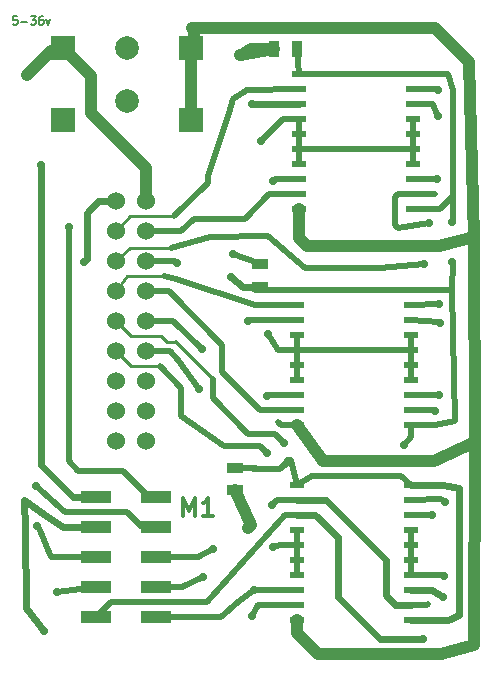
<source format=gtl>
G04 (created by PCBNEW (2013-08-24 BZR 4298)-stable) date Wed 20 Nov 2013 08:14:19 PM PST*
%MOIN*%
G04 Gerber Fmt 3.4, Leading zero omitted, Abs format*
%FSLAX34Y34*%
G01*
G70*
G90*
G04 APERTURE LIST*
%ADD10C,0.005906*%
%ADD11C,0.006890*%
%ADD12C,0.011811*%
%ADD13R,0.050000X0.020000*%
%ADD14R,0.055000X0.035000*%
%ADD15R,0.035000X0.055000*%
%ADD16R,0.100000X0.039000*%
%ADD17C,0.060000*%
%ADD18C,0.078700*%
%ADD19R,0.078700X0.078700*%
%ADD20C,0.027559*%
%ADD21C,0.023622*%
%ADD22C,0.019685*%
%ADD23C,0.039370*%
%ADD24C,0.009843*%
G04 APERTURE END LIST*
G54D10*
G54D11*
X53559Y-23982D02*
X53427Y-23982D01*
X53414Y-24114D01*
X53427Y-24101D01*
X53454Y-24087D01*
X53519Y-24087D01*
X53545Y-24101D01*
X53559Y-24114D01*
X53572Y-24140D01*
X53572Y-24206D01*
X53559Y-24232D01*
X53545Y-24245D01*
X53519Y-24258D01*
X53454Y-24258D01*
X53427Y-24245D01*
X53414Y-24232D01*
X53690Y-24153D02*
X53900Y-24153D01*
X54005Y-23982D02*
X54175Y-23982D01*
X54083Y-24087D01*
X54123Y-24087D01*
X54149Y-24101D01*
X54162Y-24114D01*
X54175Y-24140D01*
X54175Y-24206D01*
X54162Y-24232D01*
X54149Y-24245D01*
X54123Y-24258D01*
X54044Y-24258D01*
X54018Y-24245D01*
X54005Y-24232D01*
X54412Y-23982D02*
X54359Y-23982D01*
X54333Y-23996D01*
X54320Y-24009D01*
X54293Y-24048D01*
X54280Y-24101D01*
X54280Y-24206D01*
X54293Y-24232D01*
X54307Y-24245D01*
X54333Y-24258D01*
X54385Y-24258D01*
X54412Y-24245D01*
X54425Y-24232D01*
X54438Y-24206D01*
X54438Y-24140D01*
X54425Y-24114D01*
X54412Y-24101D01*
X54385Y-24087D01*
X54333Y-24087D01*
X54307Y-24101D01*
X54293Y-24114D01*
X54280Y-24140D01*
X54530Y-24074D02*
X54595Y-24258D01*
X54661Y-24074D01*
G54D12*
X59092Y-40637D02*
X59092Y-40046D01*
X59289Y-40468D01*
X59486Y-40046D01*
X59486Y-40637D01*
X60077Y-40637D02*
X59739Y-40637D01*
X59908Y-40637D02*
X59908Y-40046D01*
X59852Y-40131D01*
X59795Y-40187D01*
X59739Y-40215D01*
G54D13*
X66699Y-37600D03*
X66699Y-37100D03*
X66699Y-36600D03*
X66699Y-36100D03*
X66699Y-35600D03*
X66699Y-35100D03*
X66699Y-34600D03*
X66699Y-34100D03*
X66699Y-33600D03*
X66699Y-33100D03*
X62899Y-33100D03*
X62899Y-33600D03*
X62899Y-34100D03*
X62899Y-34600D03*
X62899Y-35100D03*
X62899Y-35600D03*
X62899Y-36100D03*
X62899Y-36600D03*
X62899Y-37100D03*
X62899Y-37600D03*
X66750Y-30399D03*
X66750Y-29899D03*
X66750Y-29399D03*
X66750Y-28899D03*
X66750Y-28399D03*
X66750Y-27899D03*
X66750Y-27399D03*
X66750Y-26899D03*
X66750Y-26399D03*
X66750Y-25899D03*
X62950Y-25899D03*
X62950Y-26399D03*
X62950Y-26899D03*
X62950Y-27399D03*
X62950Y-27899D03*
X62950Y-28399D03*
X62950Y-28899D03*
X62950Y-29399D03*
X62950Y-29899D03*
X62950Y-30399D03*
X66699Y-44088D03*
X66699Y-43588D03*
X66699Y-43088D03*
X66699Y-42588D03*
X66699Y-42088D03*
X66699Y-41588D03*
X66699Y-41088D03*
X66699Y-40588D03*
X66699Y-40088D03*
X66699Y-39588D03*
X62899Y-39588D03*
X62899Y-40088D03*
X62899Y-40588D03*
X62899Y-41088D03*
X62899Y-41588D03*
X62899Y-42088D03*
X62899Y-42588D03*
X62899Y-43088D03*
X62899Y-43588D03*
X62899Y-44088D03*
G54D14*
X61653Y-32983D03*
X61653Y-32233D03*
G54D15*
X62875Y-25059D03*
X62125Y-25059D03*
G54D14*
X60811Y-39030D03*
X60811Y-39780D03*
G54D16*
X56200Y-40000D03*
X56200Y-41000D03*
X56200Y-42000D03*
X56200Y-43000D03*
X56200Y-44000D03*
X58200Y-44000D03*
X58200Y-43000D03*
X58200Y-42000D03*
X58200Y-41000D03*
X58200Y-40000D03*
G54D17*
X57850Y-35149D03*
X57850Y-36149D03*
X57850Y-37149D03*
X57850Y-38149D03*
X56850Y-38149D03*
X56850Y-37149D03*
X56850Y-36149D03*
X56850Y-35149D03*
X56850Y-30149D03*
X56850Y-31149D03*
X56850Y-32149D03*
X56850Y-33149D03*
X56850Y-34149D03*
X57850Y-34149D03*
X57850Y-33149D03*
X57850Y-32149D03*
X57850Y-31149D03*
X57850Y-30149D03*
G54D18*
X57208Y-26795D03*
G54D19*
X59338Y-25023D03*
X59338Y-27425D03*
X55076Y-25023D03*
X55076Y-27425D03*
G54D18*
X57208Y-25023D03*
G54D20*
X55787Y-32155D03*
X60679Y-32677D03*
X62594Y-38791D03*
X66440Y-38251D03*
X68055Y-32173D03*
X68070Y-30826D03*
X60757Y-31909D03*
X53901Y-25917D03*
X67803Y-42629D03*
X62098Y-41669D03*
X61244Y-41039D03*
X61919Y-34557D03*
X61681Y-28141D03*
X61051Y-25251D03*
X67303Y-30866D03*
X67106Y-32224D03*
X58877Y-32194D03*
X67578Y-26417D03*
X67492Y-37137D03*
X62460Y-38204D03*
X67618Y-33555D03*
X59734Y-35068D03*
X61881Y-38539D03*
X62039Y-40259D03*
X59618Y-36401D03*
X67807Y-40173D03*
X61401Y-43956D03*
X54350Y-28948D03*
X61397Y-26885D03*
X55299Y-31011D03*
X62082Y-29456D03*
X67568Y-29399D03*
X54468Y-44480D03*
X54200Y-39641D03*
X67602Y-27311D03*
X61251Y-34118D03*
X54220Y-40960D03*
X61885Y-36629D03*
X60102Y-41732D03*
X67618Y-36610D03*
X54881Y-43153D03*
X59751Y-42681D03*
X67649Y-34185D03*
X67748Y-43334D03*
X67090Y-44728D03*
X61452Y-43114D03*
X67389Y-40606D03*
G54D21*
X61653Y-32983D02*
X61093Y-32983D01*
X56248Y-30149D02*
X56850Y-30149D01*
X55875Y-30521D02*
X56248Y-30149D01*
X55875Y-32066D02*
X55875Y-30521D01*
X55787Y-32155D02*
X55875Y-32066D01*
X61093Y-32983D02*
X60679Y-32677D01*
G54D22*
X66338Y-39291D02*
X63377Y-39291D01*
X63377Y-39291D02*
X62899Y-39588D01*
X66699Y-37600D02*
X66699Y-37993D01*
X62334Y-39066D02*
X61948Y-39066D01*
X61948Y-39066D02*
X60811Y-39030D01*
X62594Y-38791D02*
X62334Y-39066D01*
X66699Y-37993D02*
X66440Y-38251D01*
X68086Y-29968D02*
X68086Y-30811D01*
X68086Y-32204D02*
X68071Y-33115D01*
X68055Y-32173D02*
X68086Y-32204D01*
X68086Y-30811D02*
X68070Y-30826D01*
X62950Y-25899D02*
X66750Y-25899D01*
X62875Y-25059D02*
X62889Y-25090D01*
X62889Y-25090D02*
X62939Y-25888D01*
X62939Y-25888D02*
X62950Y-25899D01*
X66750Y-25899D02*
X67905Y-25885D01*
X67905Y-25885D02*
X68086Y-26444D01*
X68086Y-26444D02*
X68086Y-29968D01*
X68086Y-29968D02*
X67655Y-30399D01*
X67655Y-30399D02*
X66750Y-30399D01*
X66699Y-33100D02*
X67446Y-33100D01*
X67446Y-33100D02*
X68071Y-33115D01*
X67474Y-37600D02*
X66699Y-37600D01*
X68071Y-33115D02*
X68149Y-37460D01*
X68149Y-37460D02*
X67474Y-37600D01*
X62899Y-33100D02*
X61503Y-33108D01*
X61503Y-33108D02*
X61661Y-32970D01*
X61661Y-32970D02*
X61695Y-33004D01*
X62899Y-33100D02*
X66699Y-33100D01*
G54D21*
X66699Y-39588D02*
X67750Y-39588D01*
X67750Y-39588D02*
X68279Y-39688D01*
X68279Y-39688D02*
X68299Y-43940D01*
X68299Y-43940D02*
X67911Y-44088D01*
X67911Y-44088D02*
X66699Y-44088D01*
G54D22*
X66699Y-39588D02*
X66338Y-39291D01*
X62899Y-39588D02*
X62677Y-38779D01*
X62677Y-38779D02*
X62311Y-39082D01*
X62311Y-39082D02*
X60811Y-39030D01*
X56850Y-30149D02*
X56850Y-29964D01*
X61574Y-32194D02*
X60757Y-31909D01*
X61653Y-32233D02*
X61574Y-32194D01*
G54D23*
X57850Y-30149D02*
X57850Y-29021D01*
X57850Y-29021D02*
X56013Y-27185D01*
X56013Y-27185D02*
X56013Y-25960D01*
X56013Y-25960D02*
X55076Y-25023D01*
X55181Y-25133D02*
X54685Y-25133D01*
X54685Y-25133D02*
X53901Y-25917D01*
G54D22*
X66699Y-42588D02*
X67761Y-42588D01*
X67761Y-42588D02*
X67803Y-42629D01*
X62899Y-41588D02*
X62312Y-41588D01*
X62312Y-41588D02*
X62098Y-41669D01*
G54D23*
X60811Y-39780D02*
X61338Y-40944D01*
X61338Y-40944D02*
X61244Y-41039D01*
G54D22*
X62899Y-35100D02*
X62261Y-35100D01*
X62261Y-35100D02*
X61919Y-34557D01*
X62950Y-27399D02*
X62423Y-27399D01*
X62423Y-27399D02*
X61681Y-28141D01*
G54D23*
X62125Y-25059D02*
X61358Y-25059D01*
X61358Y-25059D02*
X61051Y-25251D01*
G54D22*
X66699Y-35100D02*
X62899Y-35100D01*
X66750Y-28399D02*
X62950Y-28399D01*
G54D23*
X60985Y-25282D02*
X62125Y-25059D01*
G54D22*
X66699Y-41588D02*
X66699Y-41088D01*
X66699Y-42088D02*
X66699Y-41588D01*
X66699Y-42588D02*
X66699Y-42088D01*
X62899Y-42088D02*
X62899Y-42588D01*
X62899Y-41588D02*
X62899Y-42088D01*
X62899Y-41088D02*
X62899Y-41588D01*
X66699Y-35600D02*
X66699Y-36100D01*
X66699Y-35100D02*
X66699Y-35600D01*
X66699Y-34600D02*
X66699Y-35100D01*
X62899Y-35600D02*
X62899Y-36100D01*
X62899Y-35100D02*
X62899Y-35600D01*
X62899Y-34600D02*
X62899Y-35100D01*
X66750Y-28399D02*
X66750Y-28899D01*
X66750Y-27899D02*
X66750Y-28399D01*
X66750Y-27399D02*
X66750Y-27899D01*
X62950Y-28399D02*
X62950Y-28899D01*
X62950Y-27899D02*
X62950Y-28399D01*
X62950Y-27399D02*
X62950Y-27899D01*
X62950Y-29899D02*
X61970Y-29899D01*
X59037Y-31149D02*
X57850Y-31149D01*
X59458Y-30728D02*
X59037Y-31149D01*
X61141Y-30728D02*
X59458Y-30728D01*
X61970Y-29899D02*
X61141Y-30728D01*
G54D24*
X58779Y-30629D02*
X57320Y-30629D01*
G54D22*
X59935Y-29532D02*
X58779Y-30629D01*
X59935Y-29283D02*
X59935Y-29532D01*
G54D24*
X57320Y-30629D02*
X56850Y-31149D01*
G54D22*
X61216Y-26417D02*
X62950Y-26399D01*
X60759Y-26720D02*
X61216Y-26417D01*
X60614Y-27200D02*
X60759Y-26720D01*
X59929Y-29303D02*
X59935Y-29283D01*
X59935Y-29283D02*
X60614Y-27200D01*
G54D24*
X58690Y-31692D02*
X57307Y-31692D01*
G54D22*
X66251Y-29899D02*
X66141Y-30009D01*
X66141Y-30009D02*
X66141Y-30935D01*
X66141Y-30935D02*
X66240Y-31033D01*
X66240Y-31033D02*
X67303Y-30866D01*
X67106Y-32224D02*
X65639Y-32362D01*
X65639Y-32362D02*
X63149Y-32362D01*
X63149Y-32362D02*
X61929Y-31309D01*
X61929Y-31309D02*
X59980Y-31328D01*
X59980Y-31328D02*
X58690Y-31692D01*
X66750Y-29899D02*
X66251Y-29899D01*
G54D24*
X57307Y-31692D02*
X56850Y-32149D01*
G54D22*
X66750Y-29899D02*
X67478Y-29899D01*
X67478Y-29899D02*
X67480Y-29901D01*
X66750Y-26399D02*
X67561Y-26399D01*
X58832Y-32149D02*
X57850Y-32149D01*
X58877Y-32194D02*
X58832Y-32149D01*
X67561Y-26399D02*
X67578Y-26417D01*
G54D24*
X58438Y-32627D02*
X57234Y-32627D01*
G54D22*
X61501Y-33600D02*
X58868Y-32736D01*
X58868Y-32736D02*
X58438Y-32627D01*
X62899Y-33600D02*
X61501Y-33600D01*
G54D24*
X57234Y-32627D02*
X56850Y-33149D01*
G54D22*
X62899Y-37100D02*
X61663Y-37100D01*
X58622Y-33149D02*
X57850Y-33149D01*
X60389Y-34917D02*
X58622Y-33149D01*
X60389Y-35826D02*
X60389Y-34917D01*
X61663Y-37100D02*
X60389Y-35826D01*
G54D24*
X58858Y-34830D02*
X58543Y-34830D01*
G54D22*
X67454Y-37100D02*
X67492Y-37137D01*
X62460Y-38204D02*
X62145Y-37889D01*
X62145Y-37889D02*
X61271Y-37889D01*
X61271Y-37889D02*
X60090Y-36708D01*
X60090Y-36708D02*
X60090Y-36062D01*
G54D12*
X60090Y-36062D02*
X58858Y-34830D01*
G54D22*
X66699Y-37100D02*
X67454Y-37100D01*
G54D24*
X57342Y-34641D02*
X56850Y-34149D01*
X58354Y-34641D02*
X57342Y-34641D01*
X58543Y-34830D02*
X58354Y-34641D01*
G54D22*
X67618Y-33555D02*
X67616Y-33557D01*
X66699Y-33600D02*
X67616Y-33557D01*
X58751Y-34149D02*
X57850Y-34149D01*
X59734Y-35068D02*
X58751Y-34149D01*
X59019Y-37311D02*
X59019Y-36350D01*
X61881Y-38539D02*
X61653Y-38311D01*
X61653Y-38311D02*
X60440Y-38311D01*
X60440Y-38311D02*
X59019Y-37311D01*
X62899Y-40088D02*
X62210Y-40088D01*
X62210Y-40088D02*
X62039Y-40259D01*
G54D24*
X57342Y-35641D02*
X56850Y-35149D01*
X58311Y-35641D02*
X57342Y-35641D01*
G54D22*
X59019Y-36350D02*
X58311Y-35641D01*
X66699Y-43588D02*
X67234Y-43588D01*
X67234Y-43588D02*
X67244Y-43578D01*
G54D21*
X62899Y-40088D02*
X63848Y-40088D01*
X63848Y-40088D02*
X65850Y-42090D01*
X65850Y-42090D02*
X65850Y-43275D01*
X65850Y-43275D02*
X66163Y-43588D01*
X66163Y-43588D02*
X66699Y-43588D01*
G54D22*
X59618Y-36401D02*
X58921Y-35429D01*
X58641Y-35149D02*
X57850Y-35149D01*
X58921Y-35429D02*
X58641Y-35149D01*
X62899Y-43588D02*
X61604Y-43588D01*
X67694Y-40061D02*
X67807Y-40173D01*
X67694Y-40061D02*
X66699Y-40088D01*
X61604Y-43588D02*
X61401Y-43956D01*
G54D21*
X56200Y-40000D02*
X55421Y-40000D01*
X55421Y-40000D02*
X54350Y-38929D01*
X54350Y-38929D02*
X54350Y-28948D01*
X61397Y-26885D02*
X61415Y-26903D01*
X61415Y-26903D02*
X62950Y-26899D01*
G54D22*
X58200Y-40000D02*
X57956Y-40000D01*
X57956Y-40000D02*
X57074Y-39118D01*
X57074Y-39118D02*
X55602Y-39118D01*
X55602Y-39118D02*
X55299Y-38814D01*
X55299Y-38814D02*
X55299Y-31011D01*
X62082Y-29456D02*
X62139Y-29399D01*
X62139Y-29399D02*
X62950Y-29399D01*
X66750Y-29399D02*
X67568Y-29399D01*
X67568Y-29399D02*
X67570Y-29401D01*
G54D21*
X53860Y-43690D02*
X54468Y-44480D01*
X53822Y-41027D02*
X53860Y-43690D01*
X55090Y-41000D02*
X54500Y-40598D01*
X54500Y-40598D02*
X53799Y-40098D01*
X53799Y-40098D02*
X53822Y-41027D01*
X55090Y-41000D02*
X56200Y-41000D01*
G54D22*
X66750Y-26899D02*
X67409Y-26899D01*
X67409Y-26899D02*
X67545Y-27253D01*
X57708Y-41000D02*
X57208Y-40500D01*
X57208Y-40500D02*
X55149Y-40500D01*
X55149Y-40500D02*
X54200Y-39641D01*
X57708Y-41000D02*
X58200Y-41000D01*
X67545Y-27253D02*
X67602Y-27311D01*
X56200Y-42000D02*
X54704Y-41992D01*
X54704Y-41992D02*
X54279Y-41019D01*
X61403Y-34108D02*
X62899Y-34100D01*
X61251Y-34118D02*
X61403Y-34108D01*
X54279Y-41019D02*
X54220Y-40960D01*
X58200Y-42000D02*
X59574Y-42000D01*
X61915Y-36600D02*
X62899Y-36600D01*
X61885Y-36629D02*
X61915Y-36600D01*
X60102Y-41732D02*
X60102Y-41732D01*
X59574Y-42000D02*
X60102Y-41732D01*
X56200Y-43000D02*
X54893Y-43165D01*
X67608Y-36600D02*
X66699Y-36600D01*
X67618Y-36610D02*
X67608Y-36600D01*
X54893Y-43165D02*
X54881Y-43153D01*
X66699Y-34100D02*
X67631Y-34167D01*
X59043Y-43000D02*
X58200Y-43000D01*
X59751Y-42681D02*
X59043Y-43000D01*
X67631Y-34167D02*
X67649Y-34185D01*
G54D21*
X66699Y-43088D02*
X67399Y-43088D01*
X67399Y-43088D02*
X67748Y-43334D01*
X67090Y-44728D02*
X65661Y-44728D01*
X65661Y-44728D02*
X64251Y-43318D01*
X64251Y-43318D02*
X64251Y-41342D01*
X64251Y-41342D02*
X63498Y-40588D01*
X63498Y-40588D02*
X62899Y-40588D01*
G54D22*
X62899Y-40588D02*
X62490Y-40588D01*
X56700Y-43500D02*
X56200Y-44000D01*
X59897Y-43489D02*
X56700Y-43500D01*
X62490Y-40588D02*
X59897Y-43489D01*
X58200Y-44000D02*
X60370Y-44000D01*
X60929Y-43496D02*
X61452Y-43114D01*
X60370Y-44000D02*
X60929Y-43496D01*
X66699Y-40588D02*
X67372Y-40588D01*
X61482Y-43084D02*
X62899Y-43088D01*
X61452Y-43114D02*
X61482Y-43084D01*
X67372Y-40588D02*
X67389Y-40606D01*
X62899Y-37600D02*
X62344Y-37600D01*
X62344Y-37600D02*
X62244Y-37500D01*
G54D23*
X59338Y-25023D02*
X59338Y-27425D01*
X59653Y-24354D02*
X59397Y-24354D01*
X59653Y-24354D02*
X67476Y-24354D01*
X67476Y-24354D02*
X68633Y-25511D01*
X68775Y-31334D02*
X68633Y-25511D01*
X59443Y-24399D02*
X59443Y-25133D01*
X59397Y-24354D02*
X59443Y-24399D01*
X68836Y-38146D02*
X68779Y-44948D01*
X62899Y-44529D02*
X62899Y-44088D01*
X63602Y-45232D02*
X62899Y-44529D01*
X67692Y-45232D02*
X63602Y-45232D01*
X68779Y-44948D02*
X67692Y-45232D01*
X68775Y-31334D02*
X68836Y-38146D01*
X68836Y-38146D02*
X68836Y-38181D01*
X63743Y-38807D02*
X62899Y-37600D01*
X67452Y-38807D02*
X63743Y-38807D01*
X68836Y-38181D02*
X67452Y-38807D01*
X62950Y-31379D02*
X62950Y-30399D01*
X63212Y-31641D02*
X62950Y-31379D01*
X67618Y-31641D02*
X63212Y-31641D01*
X68775Y-31334D02*
X67618Y-31641D01*
M02*

</source>
